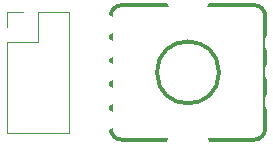
<source format=gbr>
G04 #@! TF.GenerationSoftware,KiCad,Pcbnew,(5.1.4)-1*
G04 #@! TF.CreationDate,2020-03-27T15:32:05-04:00*
G04 #@! TF.ProjectId,Encoder Daughterboard,456e636f-6465-4722-9044-617567687465,rev?*
G04 #@! TF.SameCoordinates,PX9d739e0PY5e78920*
G04 #@! TF.FileFunction,Legend,Top*
G04 #@! TF.FilePolarity,Positive*
%FSLAX46Y46*%
G04 Gerber Fmt 4.6, Leading zero omitted, Abs format (unit mm)*
G04 Created by KiCad (PCBNEW (5.1.4)-1) date 2020-03-27 15:32:05*
%MOMM*%
%LPD*%
G04 APERTURE LIST*
%ADD10C,0.304799*%
%ADD11C,0.120000*%
%ADD12C,3.851600*%
%ADD13C,1.851600*%
%ADD14C,2.101600*%
%ADD15O,1.801600X1.801600*%
%ADD16R,1.801600X1.801600*%
G04 APERTURE END LIST*
D10*
X6550000Y-4750001D02*
G75*
G02X5599999Y-5700000I-950000J1D01*
G01*
X5600000Y5699999D02*
X-5599999Y5699999D01*
X-5600000Y-5700000D02*
G75*
G02X-6550000Y-4750000I0J950000D01*
G01*
X-6549999Y4750000D02*
X-6550000Y-4750000D01*
X5600001Y5700000D02*
G75*
G02X6550000Y4749999I-1J-950000D01*
G01*
X-5600000Y-5700000D02*
X5599999Y-5700000D01*
X2625000Y0D02*
G75*
G03X2625000Y0I-2625000J0D01*
G01*
X6550000Y-4750000D02*
X6550000Y4749999D01*
X-6549999Y4749999D02*
G75*
G02X-5599999Y5699999I950000J0D01*
G01*
D11*
X-15300000Y5140000D02*
X-13970000Y5140000D01*
X-15300000Y3810000D02*
X-15300000Y5140000D01*
X-12700000Y5140000D02*
X-10100000Y5140000D01*
X-12700000Y2540000D02*
X-12700000Y5140000D01*
X-15300000Y2540000D02*
X-12700000Y2540000D01*
X-10100000Y5140000D02*
X-10100000Y-5140000D01*
X-15300000Y2540000D02*
X-15300000Y-5140000D01*
X-15300000Y-5140000D02*
X-10100000Y-5140000D01*
%LPC*%
D12*
X0Y6600000D03*
X0Y-6600000D03*
D13*
X-7000000Y4000000D03*
X-7000000Y2000000D03*
X-7000000Y0D03*
X-7000000Y-2000000D03*
X-7000000Y-4000000D03*
D14*
X7500000Y2500000D03*
X7500000Y0D03*
X7500000Y-2500000D03*
D15*
X-11430000Y-3810000D03*
X-13970000Y-3810000D03*
X-11430000Y-1270000D03*
X-13970000Y-1270000D03*
X-11430000Y1270000D03*
X-13970000Y1270000D03*
X-11430000Y3810000D03*
D16*
X-13970000Y3810000D03*
M02*

</source>
